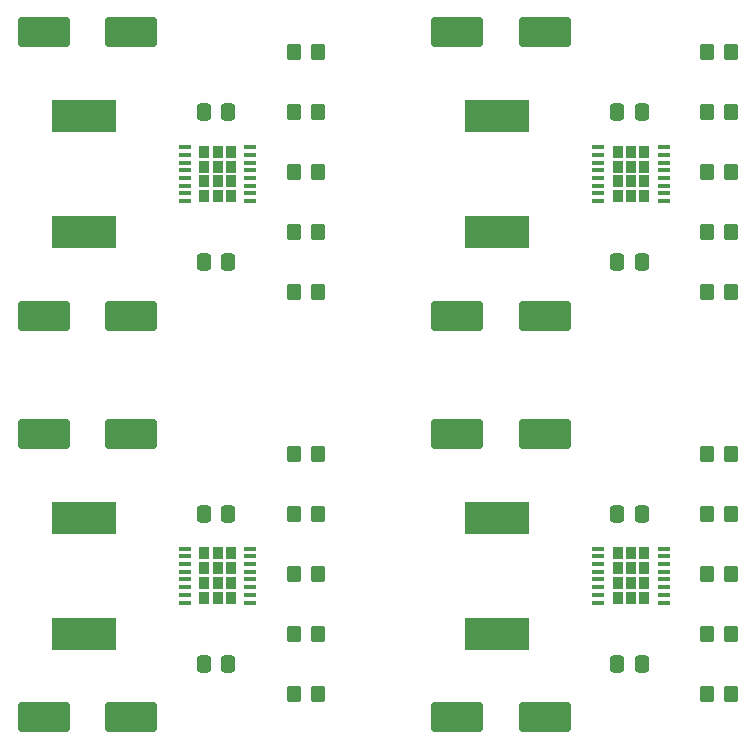
<source format=gbr>
%TF.GenerationSoftware,KiCad,Pcbnew,7.0.11+dfsg-1build4*%
%TF.CreationDate,2026-01-16T21:08:39-05:00*%
%TF.ProjectId,,58585858-5858-4585-9858-585858585858,rev?*%
%TF.SameCoordinates,Original*%
%TF.FileFunction,Paste,Top*%
%TF.FilePolarity,Positive*%
%FSLAX46Y46*%
G04 Gerber Fmt 4.6, Leading zero omitted, Abs format (unit mm)*
G04 Created by KiCad (PCBNEW 7.0.11+dfsg-1build4) date 2026-01-16 21:08:39*
%MOMM*%
%LPD*%
G01*
G04 APERTURE LIST*
G04 Aperture macros list*
%AMRoundRect*
0 Rectangle with rounded corners*
0 $1 Rounding radius*
0 $2 $3 $4 $5 $6 $7 $8 $9 X,Y pos of 4 corners*
0 Add a 4 corners polygon primitive as box body*
4,1,4,$2,$3,$4,$5,$6,$7,$8,$9,$2,$3,0*
0 Add four circle primitives for the rounded corners*
1,1,$1+$1,$2,$3*
1,1,$1+$1,$4,$5*
1,1,$1+$1,$6,$7*
1,1,$1+$1,$8,$9*
0 Add four rect primitives between the rounded corners*
20,1,$1+$1,$2,$3,$4,$5,0*
20,1,$1+$1,$4,$5,$6,$7,0*
20,1,$1+$1,$6,$7,$8,$9,0*
20,1,$1+$1,$8,$9,$2,$3,0*%
G04 Aperture macros list end*
%ADD10RoundRect,0.250000X-0.350000X-0.450000X0.350000X-0.450000X0.350000X0.450000X-0.350000X0.450000X0*%
%ADD11RoundRect,0.250000X0.350000X0.450000X-0.350000X0.450000X-0.350000X-0.450000X0.350000X-0.450000X0*%
%ADD12RoundRect,0.250000X-1.950000X-1.000000X1.950000X-1.000000X1.950000X1.000000X-1.950000X1.000000X0*%
%ADD13R,0.880000X1.050000*%
%ADD14R,1.050000X0.450000*%
%ADD15R,5.400000X2.800000*%
%ADD16RoundRect,0.250000X-0.337500X-0.475000X0.337500X-0.475000X0.337500X0.475000X-0.337500X0.475000X0*%
G04 APERTURE END LIST*
D10*
%TO.C,R4*%
X131520000Y-112740000D03*
X133520000Y-112740000D03*
%TD*%
D11*
%TO.C,R3*%
X133520000Y-107660000D03*
X131520000Y-107660000D03*
%TD*%
D12*
%TO.C,C3*%
X110360000Y-90740000D03*
X117760000Y-90740000D03*
%TD*%
D10*
%TO.C,R5*%
X131520000Y-102580000D03*
X133520000Y-102580000D03*
%TD*%
D12*
%TO.C,C4*%
X110360000Y-114740000D03*
X117760000Y-114740000D03*
%TD*%
D13*
%TO.C,U1*%
X123926600Y-100865000D03*
X123926600Y-102115000D03*
X123926600Y-103365000D03*
X123926600Y-104615000D03*
X125060000Y-100865000D03*
X125060000Y-102115000D03*
X125060000Y-103365000D03*
X125060000Y-104615000D03*
X126193400Y-100865000D03*
X126193400Y-102115000D03*
X126193400Y-103365000D03*
X126193400Y-104615000D03*
D14*
X122285000Y-100465000D03*
X122285000Y-101115000D03*
X122285000Y-101765000D03*
X122285000Y-102415000D03*
X122285000Y-103065000D03*
X122285000Y-103715000D03*
X122285000Y-104365000D03*
X122285000Y-105015000D03*
X127835000Y-105015000D03*
X127835000Y-104365000D03*
X127835000Y-103715000D03*
X127835000Y-103065000D03*
X127835000Y-102415000D03*
X127835000Y-101765000D03*
X127835000Y-101115000D03*
X127835000Y-100465000D03*
%TD*%
D15*
%TO.C,L1*%
X113740000Y-107640000D03*
X113740000Y-97840000D03*
%TD*%
D16*
%TO.C,C1*%
X123900000Y-110200000D03*
X125975000Y-110200000D03*
%TD*%
D11*
%TO.C,R1*%
X133520000Y-92420000D03*
X131520000Y-92420000D03*
%TD*%
D10*
%TO.C,R2*%
X131520000Y-97500000D03*
X133520000Y-97500000D03*
%TD*%
D16*
%TO.C,C2*%
X123900000Y-97500000D03*
X125975000Y-97500000D03*
%TD*%
D10*
%TO.C,R4*%
X96520000Y-112740000D03*
X98520000Y-112740000D03*
%TD*%
D11*
%TO.C,R3*%
X98520000Y-107660000D03*
X96520000Y-107660000D03*
%TD*%
D12*
%TO.C,C3*%
X75360000Y-90740000D03*
X82760000Y-90740000D03*
%TD*%
D10*
%TO.C,R5*%
X96520000Y-102580000D03*
X98520000Y-102580000D03*
%TD*%
D12*
%TO.C,C4*%
X75360000Y-114740000D03*
X82760000Y-114740000D03*
%TD*%
D13*
%TO.C,U1*%
X88926600Y-100865000D03*
X88926600Y-102115000D03*
X88926600Y-103365000D03*
X88926600Y-104615000D03*
X90060000Y-100865000D03*
X90060000Y-102115000D03*
X90060000Y-103365000D03*
X90060000Y-104615000D03*
X91193400Y-100865000D03*
X91193400Y-102115000D03*
X91193400Y-103365000D03*
X91193400Y-104615000D03*
D14*
X87285000Y-100465000D03*
X87285000Y-101115000D03*
X87285000Y-101765000D03*
X87285000Y-102415000D03*
X87285000Y-103065000D03*
X87285000Y-103715000D03*
X87285000Y-104365000D03*
X87285000Y-105015000D03*
X92835000Y-105015000D03*
X92835000Y-104365000D03*
X92835000Y-103715000D03*
X92835000Y-103065000D03*
X92835000Y-102415000D03*
X92835000Y-101765000D03*
X92835000Y-101115000D03*
X92835000Y-100465000D03*
%TD*%
D15*
%TO.C,L1*%
X78740000Y-107640000D03*
X78740000Y-97840000D03*
%TD*%
D16*
%TO.C,C1*%
X88900000Y-110200000D03*
X90975000Y-110200000D03*
%TD*%
D11*
%TO.C,R1*%
X98520000Y-92420000D03*
X96520000Y-92420000D03*
%TD*%
D10*
%TO.C,R2*%
X96520000Y-97500000D03*
X98520000Y-97500000D03*
%TD*%
D16*
%TO.C,C2*%
X88900000Y-97500000D03*
X90975000Y-97500000D03*
%TD*%
D10*
%TO.C,R4*%
X131520000Y-78740000D03*
X133520000Y-78740000D03*
%TD*%
D11*
%TO.C,R3*%
X133520000Y-73660000D03*
X131520000Y-73660000D03*
%TD*%
D12*
%TO.C,C3*%
X110360000Y-56740000D03*
X117760000Y-56740000D03*
%TD*%
D10*
%TO.C,R5*%
X131520000Y-68580000D03*
X133520000Y-68580000D03*
%TD*%
D12*
%TO.C,C4*%
X110360000Y-80740000D03*
X117760000Y-80740000D03*
%TD*%
D13*
%TO.C,U1*%
X123926600Y-66865000D03*
X123926600Y-68115000D03*
X123926600Y-69365000D03*
X123926600Y-70615000D03*
X125060000Y-66865000D03*
X125060000Y-68115000D03*
X125060000Y-69365000D03*
X125060000Y-70615000D03*
X126193400Y-66865000D03*
X126193400Y-68115000D03*
X126193400Y-69365000D03*
X126193400Y-70615000D03*
D14*
X122285000Y-66465000D03*
X122285000Y-67115000D03*
X122285000Y-67765000D03*
X122285000Y-68415000D03*
X122285000Y-69065000D03*
X122285000Y-69715000D03*
X122285000Y-70365000D03*
X122285000Y-71015000D03*
X127835000Y-71015000D03*
X127835000Y-70365000D03*
X127835000Y-69715000D03*
X127835000Y-69065000D03*
X127835000Y-68415000D03*
X127835000Y-67765000D03*
X127835000Y-67115000D03*
X127835000Y-66465000D03*
%TD*%
D15*
%TO.C,L1*%
X113740000Y-73640000D03*
X113740000Y-63840000D03*
%TD*%
D16*
%TO.C,C1*%
X123900000Y-76200000D03*
X125975000Y-76200000D03*
%TD*%
D11*
%TO.C,R1*%
X133520000Y-58420000D03*
X131520000Y-58420000D03*
%TD*%
D10*
%TO.C,R2*%
X131520000Y-63500000D03*
X133520000Y-63500000D03*
%TD*%
D16*
%TO.C,C2*%
X123900000Y-63500000D03*
X125975000Y-63500000D03*
%TD*%
D13*
%TO.C,U1*%
X88926600Y-66865000D03*
X88926600Y-68115000D03*
X88926600Y-69365000D03*
X88926600Y-70615000D03*
X90060000Y-66865000D03*
X90060000Y-68115000D03*
X90060000Y-69365000D03*
X90060000Y-70615000D03*
X91193400Y-66865000D03*
X91193400Y-68115000D03*
X91193400Y-69365000D03*
X91193400Y-70615000D03*
D14*
X87285000Y-66465000D03*
X87285000Y-67115000D03*
X87285000Y-67765000D03*
X87285000Y-68415000D03*
X87285000Y-69065000D03*
X87285000Y-69715000D03*
X87285000Y-70365000D03*
X87285000Y-71015000D03*
X92835000Y-71015000D03*
X92835000Y-70365000D03*
X92835000Y-69715000D03*
X92835000Y-69065000D03*
X92835000Y-68415000D03*
X92835000Y-67765000D03*
X92835000Y-67115000D03*
X92835000Y-66465000D03*
%TD*%
D12*
%TO.C,C4*%
X75360000Y-80740000D03*
X82760000Y-80740000D03*
%TD*%
D11*
%TO.C,R3*%
X98520000Y-73660000D03*
X96520000Y-73660000D03*
%TD*%
D16*
%TO.C,C1*%
X88900000Y-76200000D03*
X90975000Y-76200000D03*
%TD*%
D15*
%TO.C,L1*%
X78740000Y-73640000D03*
X78740000Y-63840000D03*
%TD*%
D11*
%TO.C,R1*%
X98520000Y-58420000D03*
X96520000Y-58420000D03*
%TD*%
D10*
%TO.C,R5*%
X96520000Y-68580000D03*
X98520000Y-68580000D03*
%TD*%
D12*
%TO.C,C3*%
X75360000Y-56740000D03*
X82760000Y-56740000D03*
%TD*%
D10*
%TO.C,R4*%
X96520000Y-78740000D03*
X98520000Y-78740000D03*
%TD*%
D16*
%TO.C,C2*%
X88900000Y-63500000D03*
X90975000Y-63500000D03*
%TD*%
D10*
%TO.C,R2*%
X96520000Y-63500000D03*
X98520000Y-63500000D03*
%TD*%
M02*

</source>
